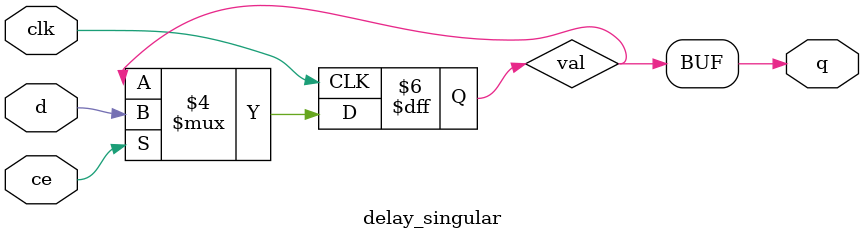
<source format=v>
`timescale 1ns / 1ps


module rgb2ycbcr(
    input clk,
    input v_sync,
    input h_sync,
    input de_in,
    input [23:0] pixel_in,
    output v_sync_d,
    output h_sync_d,
    output de_out,
    output [23:0] pixel_out
    );

    
wire signed [17:0] R = {10'b0,pixel_in[23:16]};
wire signed [17:0] G = {10'b0,pixel_in[15:8]};
wire signed [17:0] B = {10'b0,pixel_in[7:0]};

wire signed [35:0] mul_00out;
wire signed [35:0] mul_01out;
wire signed [35:0] mul_02out;
wire signed [35:0] mul_10out;
wire signed [35:0] mul_11out;
wire signed [35:0] mul_12out;
wire signed [35:0] mul_20out;
wire signed [35:0] mul_21out;
wire signed [35:0] mul_22out;

multiply_18bit mul_00
(.clk(clk), .A(18'b001001100100010111), .B(R), .P(mul_00out));

multiply_18bit mul_01
(.clk(clk), .A(18'b010010110010001011), .B(G), .P(mul_01out));

multiply_18bit mul_02
(.clk(clk), .A(18'b000011101001011110), .B(B), .P(mul_02out));

multiply_18bit mul_10
(.clk(clk), .A(18'b111010100110011011), .B(R), .P(mul_10out));

multiply_18bit mul_11
(.clk(clk), .A(18'b110101011001100101), .B(G), .P(mul_11out));

multiply_18bit mul_12
(.clk(clk), .A(18'b010000000000000000), .B(B), .P(mul_12out));

multiply_18bit mul_20
(.clk(clk), .A(18'b010000000000000000), .B(R), .P(mul_20out));

multiply_18bit mul_21
(.clk(clk), .A(18'b110010100110100010), .B(G), .P(mul_21out));

multiply_18bit mul_22
(.clk(clk), .A(18'b111101011001011110), .B(B), .P(mul_22out));

wire signed [8:0] add_00out;
wire signed [8:0] add_01out;
wire signed [8:0] add_10out;
wire signed [8:0] add_11out;
wire signed [8:0] add_12out;
wire signed [8:0] add_20out;
wire signed [8:0] add_21out;
wire signed [8:0] add_22out;

wire signed [8:0] delayed_b;

c_addsub_0 add_00
(.clk(clk), .A({mul_00out[35],mul_00out[24:17]}), .B({mul_01out[35],mul_01out[24:17]}), .S(add_00out));

c_addsub_0 add_01
(.clk(clk), .A(add_00out), .B(delayed_b), .S(add_01out));

c_addsub_0 add_10
(.clk(clk), .A({mul_10out[35],mul_10out[24:17]}), .B({mul_11out[35],mul_11out[24:17]}), .S(add_10out));

c_addsub_0 add_11
(.clk(clk), .A(9'b010000000), .B({mul_12out[35],mul_12out[24:17]}), .S(add_11out));

c_addsub_0 add_12
(.clk(clk), .A(add_11out), .B(add_10out), .S(add_12out));

c_addsub_0 add_20
(.clk(clk), .A({mul_20out[35],mul_20out[24:17]}), .B({mul_21out[35],mul_21out[24:17]}), .S(add_20out));

c_addsub_0 add_21
(.clk(clk), .A(9'b010000000), .B({mul_22out[35],mul_22out[24:17]}), .S(add_21out));

c_addsub_0 add_22
(.clk(clk), .A(add_21out), .B(add_20out), .S(add_22out));

delay_line #
(.N(3), .DELAY(5)) delayed_sync
(.idata({de_in,v_sync,h_sync}), .clk(clk), .odata({de_out,v_sync_d,h_sync_d}));

delay_line #
(.N(9), .DELAY(1)) delayed_sync_B
(.idata({mul_02out[35],mul_02out[24:17]}), .clk(clk), .odata(delayed_b));

assign pixel_out={add_01out[7:0],add_12out[7:0],add_22out[7:0]};

endmodule

module delay_line #
(
    parameter N=2,
    parameter DELAY=5
)
(
    input [N-1:0]idata,
    input clk,
    output [N-1:0]odata
);

genvar i;
wire [N-1:0] tdata [DELAY:0];
generate
    if(DELAY==0)
        assign odata=idata;
    else
        assign tdata[0]=idata;
        for(i=0;i<DELAY;i=i+1)
        begin
            delay_singular #
            (.N(N)) dut
            (
                .clk(clk),
                .ce(1'b1),
                .d(tdata[i]),
                .q(tdata[i+1])
            );
        end
        assign odata=tdata[DELAY];
endgenerate  
endmodule

module delay_singular #
(
    parameter N=1
)
(
    input clk,
    input ce,
    input [N-1:0]d,
    output [N-1:0]q
);

reg [N-1:0]val=0;

always @(posedge clk)
begin
    if(ce) val<=d;
    else val<=val;
end

assign q=val;

endmodule

</source>
